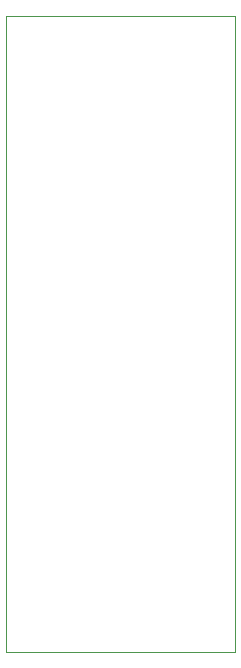
<source format=gbr>
G04 #@! TF.GenerationSoftware,KiCad,Pcbnew,8.0.1*
G04 #@! TF.CreationDate,2025-02-25T21:27:59-07:00*
G04 #@! TF.ProjectId,LEDDisplay,4c454444-6973-4706-9c61-792e6b696361,rev?*
G04 #@! TF.SameCoordinates,Original*
G04 #@! TF.FileFunction,Profile,NP*
%FSLAX46Y46*%
G04 Gerber Fmt 4.6, Leading zero omitted, Abs format (unit mm)*
G04 Created by KiCad (PCBNEW 8.0.1) date 2025-02-25 21:27:59*
%MOMM*%
%LPD*%
G01*
G04 APERTURE LIST*
G04 #@! TA.AperFunction,Profile*
%ADD10C,0.050000*%
G04 #@! TD*
G04 APERTURE END LIST*
D10*
X194150000Y-57330000D02*
X213510000Y-57330000D01*
X213510000Y-111190000D01*
X194150000Y-111190000D01*
X194150000Y-57330000D01*
M02*

</source>
